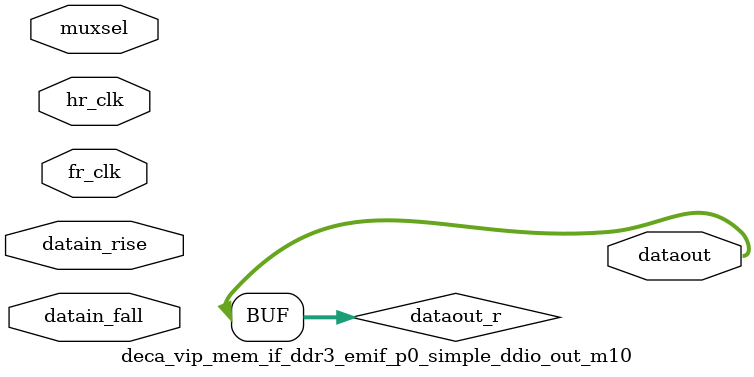
<source format=sv>




`timescale 1 ps / 1 ps

module deca_vip_mem_if_ddr3_emif_p0_simple_ddio_out_m10(
	hr_clk,
	fr_clk,
	datain_rise,
        datain_fall,
        muxsel,
	dataout
);

// *****************************************************************
// BEGIN PARAMETER SECTION

parameter DATA_WIDTH = ""; 

// END PARAMETER SECTION
// *****************************************************************

input	hr_clk;
input   fr_clk;
input	[DATA_WIDTH-1:0] datain_rise;
input   [DATA_WIDTH-1:0] datain_fall;
input   muxsel;
output	[DATA_WIDTH-1:0] dataout;

generate
genvar i, j;
	(* altera_attribute = {"-name ALLOW_SYNCH_CTRL_USAGE OFF"}*) reg [DATA_WIDTH-1:0] datain_r /* synthesis dont_merge syn_noprune syn_preserve = 1 */;
	(* altera_attribute = {"-name ALLOW_SYNCH_CTRL_USAGE OFF"}*) reg [DATA_WIDTH-1:0] datain_f /* synthesis dont_merge syn_noprune syn_preserve = 1 */;


        always_ff @ (posedge hr_clk )
	begin
		datain_r <= datain_rise;
	end

        always_ff @ (negedge hr_clk)
        begin
                datain_f <= datain_fall;
        end


	reg [DATA_WIDTH-1:0] dataout_r /* synthesis dont_merge syn_noprune syn_preserve = 1 */;
	for (i=0; i<DATA_WIDTH; i=i+1)
	begin: ddio_group

                always_ff @ (posedge fr_clk)
                begin
                        if (muxsel)
                        begin
			        dataout_r[i] <= datain_f;
                        end else begin
                                dataout_r[i] <= datain_r;
                        end
		end
	end
	
	assign dataout = dataout_r;
	
endgenerate
endmodule

</source>
